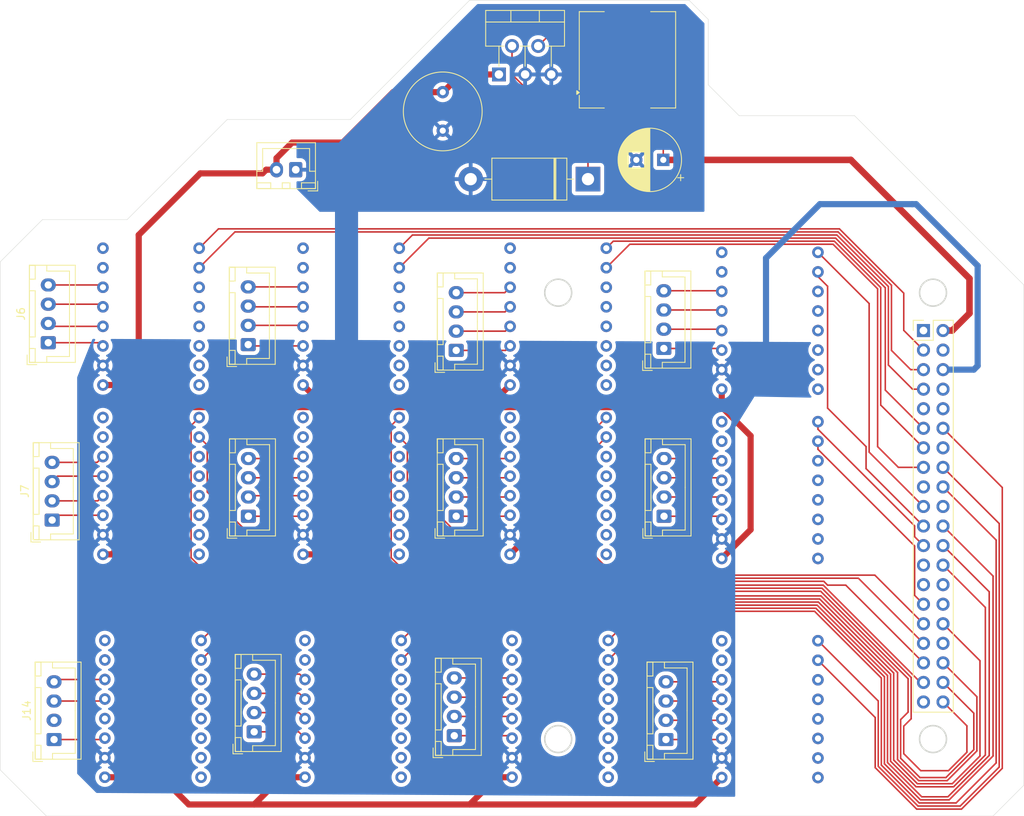
<source format=kicad_pcb>
(kicad_pcb (version 20240108) (generator "pcbnew") (generator_version "8.0")
  (layers (0 "F.Cu" signal) (31 "B.Cu" signal) (34 "B.Paste" user) (35 "F.Paste" user) (36 "B.SilkS" user "B.Silkscreen") (37 "F.SilkS" user "F.Silkscreen") (38 "B.Mask" user) (39 "F.Mask" user) (44 "Edge.Cuts" user))
  (net 0 "")
  (net 1 "GND")
  (net 2 "Net-(D1-K)")
  (net 64 "Net-(U1-FB)")
  (net 65 "Net-(J3-Pin_2)")
  (net 66 "Net-(J3-Pin_3)")
  (net 67 "Net-(J3-Pin_1)")
  (net 68 "Net-(J3-Pin_4)")
  (net 69 "Net-(J4-Pin_3)")
  (net 70 "Net-(J4-Pin_1)")
  (net 71 "Net-(J4-Pin_2)")
  (net 72 "Net-(J4-Pin_4)")
  (net 73 "Net-(J5-Pin_2)")
  (net 74 "Net-(J5-Pin_3)")
  (net 75 "Net-(J5-Pin_1)")
  (net 76 "Net-(J5-Pin_4)")
  (net 77 "Net-(J6-Pin_2)")
  (net 78 "Net-(J6-Pin_1)")
  (net 79 "Net-(J6-Pin_3)")
  (net 80 "Net-(J6-Pin_4)")
  (net 81 "Net-(J7-Pin_1)")
  (net 82 "Net-(J7-Pin_3)")
  (net 83 "Net-(J7-Pin_4)")
  (net 84 "Net-(J7-Pin_2)")
  (net 85 "Net-(J8-Pin_2)")
  (net 86 "Net-(J8-Pin_1)")
  (net 87 "Net-(J8-Pin_3)")
  (net 88 "Net-(J8-Pin_4)")
  (net 89 "Net-(J9-Pin_1)")
  (net 90 "Net-(J9-Pin_3)")
  (net 91 "Net-(J9-Pin_4)")
  (net 92 "Net-(J9-Pin_2)")
  (net 93 "Net-(J10-Pin_1)")
  (net 94 "Net-(J10-Pin_4)")
  (net 95 "Net-(J10-Pin_2)")
  (net 96 "Net-(J10-Pin_3)")
  (net 97 "Net-(J11-Pin_2)")
  (net 98 "Net-(J11-Pin_3)")
  (net 99 "Net-(J11-Pin_4)")
  (net 100 "Net-(J11-Pin_1)")
  (net 101 "Net-(J12-Pin_2)")
  (net 102 "Net-(J12-Pin_1)")
  (net 103 "Net-(J12-Pin_4)")
  (net 104 "Net-(J12-Pin_3)")
  (net 105 "Net-(J13-Pin_1)")
  (net 106 "Net-(J13-Pin_2)")
  (net 107 "Net-(J13-Pin_4)")
  (net 108 "Net-(J13-Pin_3)")
  (net 109 "Net-(J14-Pin_4)")
  (net 110 "Net-(J14-Pin_3)")
  (net 111 "Net-(J14-Pin_2)")
  (net 112 "Net-(J14-Pin_1)")
  (net 113 "Net-(J2-GPIO18)")
  (net 114 "Net-(J2-GPIO23)")
  (net 115 "Net-(J2-GPIO25)")
  (net 116 "Net-(J2-GPIO24)")
  (net 117 "Net-(J2-GPIO7)")
  (net 118 "Net-(J2-GPIO8)")
  (net 119 "Net-(J2-GPIO16)")
  (net 120 "Net-(J2-GPIO12)")
  (net 121 "Net-(J2-GPIO21)")
  (net 122 "Net-(J2-GPIO20)")
  (net 123 "Net-(J2-GPIO4)")
  (net 124 "Net-(J2-GPIO17)")
  (net 125 "Net-(J2-GPIO2)")
  (net 126 "Net-(J2-GPIO3)")
  (net 128 "Net-(J2-GPIO9)")
  (net 134 "Net-(J2-GPIO10)")
  (net 139 "Net-(J2-GPIO27)")
  (net 140 "Net-(J2-GPIO22)")
  (net 147 "Net-(J2-GPIO13)")
  (net 148 "Net-(J2-GPIO6)")
  (net 156 "Net-(J2-GPIO11)")
  (net 158 "Net-(J2-GPIO5)")
  (net 183 "Net-(J2-GPIO26)")
  (net 184 "Net-(J2-GPIO19)")
  (net 186 "+24V")
  (footprint "Connector_JST:JST_XH_B4B-XH-A_1x04_P2.50mm_Vertical" (layer "F.Cu") (at 104 136.06 90)
    (property "Reference" "J13" (hide yes))
    (property "Value" "Conn_01x04" (hide yes))
  )
  (footprint "customFootprints:mp6500" (layer "F.Cu") (at 171 82.54 180)
    (property "Reference" "mp6500stepper_driver1" (hide yes))
    (property "Value" "~" (hide yes))
  )
  (footprint "Capacitor_THT:C_Radial_D10.0mm_H20.0mm_P5.00mm" (layer "F.Cu") (at 128.5 52.95 -90)
    (property "Reference" "C1" (hide yes))
    (property "Value" "inp_cap" (hide yes))
  )
  (footprint "Connector_JST:JST_XH_B4B-XH-A_1x04_P2.50mm_Vertical" (layer "F.Cu") (at 103.225 85.75 90)
    (property "Reference" "J5" (hide yes))
    (property "Value" "Conn_01x04" (hide yes))
  )
  (footprint "Connector_JST:JST_XH_B4B-XH-A_1x04_P2.50mm_Vertical" (layer "F.Cu") (at 157.25 108.05 90)
    (property "Reference" "J10" (hide yes))
    (property "Value" "Conn_01x04" (hide yes))
  )
  (footprint "Connector_JST:JST_XH_B2B-XH-A_1x02_P2.50mm_Vertical" (layer "F.Cu") (at 109.4 63.025 180)
    (property "Reference" "J1" (hide yes))
    (property "Value" "24v in" (hide yes))
  )
  (footprint "Connector_JST:JST_XH_B4B-XH-A_1x04_P2.50mm_Vertical" (layer "F.Cu") (at 157.5 137.06 90)
    (property "Reference" "J11" (hide yes))
    (property "Value" "Conn_01x04" (hide yes))
  )
  (footprint "customFootprints:mp6500" (layer "F.Cu") (at 90.6 104 180)
    (property "Reference" "mp6500stepper_driver8" (hide yes))
    (property "Value" "~" (hide yes))
  )
  (footprint "Connector_JST:JST_XH_B4B-XH-A_1x04_P2.50mm_Vertical" (layer "F.Cu") (at 103.25 108.05 90)
    (property "Reference" "J8" (hide yes))
    (property "Value" "Conn_01x04" (hide yes))
  )
  (footprint "customFootprints:mp6500" (layer "F.Cu") (at 171 104.54 180)
    (property "Reference" "mp6500stepper_driver5" (hide yes))
    (property "Value" "~" (hide yes))
  )
  (footprint "Connector_JST:JST_XH_B4B-XH-A_1x04_P2.50mm_Vertical" (layer "F.Cu") (at 77.75 108.55 90)
    (property "Reference" "J7")
    (property "Value" "Conn_01x04" (hide yes))
  )
  (footprint "customFootprints:mp6500" (layer "F.Cu") (at 90.85 132.96 180)
    (property "Reference" "mp6500stepper_driver12" (hide yes))
    (property "Value" "~" (hide yes))
  )
  (footprint "customFootprints:mp6500" (layer "F.Cu") (at 143.5 82 180)
    (property "Reference" "mp6500stepper_driver2" (hide yes))
    (property "Value" "~" (hide yes))
  )
  (footprint "customFootprints:mp6500" (layer "F.Cu") (at 116.6 82 180)
    (property "Reference" "mp6500stepper_driver3" (hide yes))
    (property "Value" "~" (hide yes))
  )
  (footprint "Connector_JST:JST_XH_B4B-XH-A_1x04_P2.50mm_Vertical" (layer "F.Cu") (at 130 136.56 90)
    (property "Reference" "J12" (hide yes))
    (property "Value" "Conn_01x04" (hide yes))
  )
  (footprint "Package_TO_SOT_THT:TO-220-5_P3.4x3.7mm_StaggerOdd_Lead3.8mm_Vertical" (layer "F.Cu") (at 135.8 50.65)
    (property "Reference" "U1" (hide yes))
    (property "Value" "LM2596T-5" (hide yes))
  )
  (footprint "Diode_THT:D_DO-201AD_P15.24mm_Horizontal" (layer "F.Cu") (at 147.37 64.25 180)
    (property "Reference" "D1" (hide yes))
    (property "Value" "D_Schottky" (hide yes))
  )
  (footprint "Inductor_SMD:L_Coilcraft_MSS1278-XXX" (layer "F.Cu") (at 152.5 48.75 90)
    (property "Reference" "L1" (hide yes))
    (property "Value" "L_Ferrite" (hide yes))
  )
  (footprint "Connector_JST:JST_XH_B4B-XH-A_1x04_P2.50mm_Vertical" (layer "F.Cu") (at 130.25 108.05 90)
    (property "Reference" "J9" (hide yes))
    (property "Value" "Conn_01x04" (hide yes))
  )
  (footprint "Connector_JST:JST_XH_B4B-XH-A_1x04_P2.50mm_Vertical" (layer "F.Cu") (at 78 137.06 90)
    (property "Reference" "J14")
    (property "Value" "Conn_01x04" (hide yes))
  )
  (footprint "customFootprints:mp6500" (layer "F.Cu") (at 116.85 132.96 180)
    (property "Reference" "mp6500stepper_driver11" (hide yes))
    (property "Value" "~" (hide yes))
  )
  (footprint "customFootprints:mp6500" (layer "F.Cu") (at 143.75 132.96 180)
    (property "Reference" "mp6500stepper_driver10" (hide yes))
    (property "Value" "~" (hide yes))
  )
  (footprint "Capacitor_THT:CP_Radial_D8.0mm_P3.50mm" (layer "F.Cu") (at 157.152651 61.75 180)
    (property "Reference" "C2" (hide yes))
    (property "Value" "outCap" (hide yes))
  )
  (footprint "customFootprints:mp6500" (layer "F.Cu") (at 171 133 180)
    (property "Reference" "mp6500stepper_driver9" (hide yes))
    (property "Value" "~" (hide yes))
  )
  (footprint "Connector_JST:JST_XH_B4B-XH-A_1x04_P2.50mm_Vertical" (layer "F.Cu") (at 157.225 86.25 90)
    (property "Reference" "J3" (hide yes))
    (property "Value" "Conn_01x04" (hide yes))
  )
  (footprint "customFootprints:mp6500" (layer "F.Cu") (at 143.5 104 180)
    (property "Reference" "mp6500stepper_driver6" (hide yes))
    (property "Value" "~" (hide yes))
  )
  (footprint "Connector_JST:JST_XH_B4B-XH-A_1x04_P2.50mm_Vertical" (layer "F.Cu") (at 77.25 85.5 90)
    (property "Reference" "J6")
    (property "Value" "Conn_01x04" (hide yes))
  )
  (footprint "customFootprints:mp6500" (layer "F.Cu") (at 90.6 82 180)
    (property "Reference" "mp6500stepper_driver4" (hide yes))
    (property "Value" "~" (hide yes))
  )
  (footprint "customFootprints:mp6500" (layer "F.Cu") (at 116.6 104 180)
    (property "Reference" "mp6500stepper_driver7" (hide yes))
    (property "Value" "~" (hide yes))
  )
  (footprint "Connector_PinHeader_2.54mm:PinHeader_2x20_P2.54mm_Vertical" (layer "F.Cu") (at 190.96 83.92)
    (property "Reference" "J2" (hide yes))
    (property "Value" "piHat" (hide yes))
  )
  (footprint "Connector_JST:JST_XH_B4B-XH-A_1x04_P2.50mm_Vertical" (layer "F.Cu") (at 130.25 86.5 90)
    (property "Reference" "J4" (hide yes))
    (property "Value" "Conn_01x04" (hide yes))
  )
  (gr_line (start 77 147) (end 200 147) (stroke (width 0.05)) (layer "Edge.Cuts"))
  (gr_circle (center 192.2 137) (end 193.95 137) (stroke (width 0.2)) (fill none) (layer "Edge.Cuts"))
  (gr_line (start 116.5 56.5) (end 100.5 56.5) (stroke (width 0.05)) (layer "Edge.Cuts"))
  (gr_line (start 167 56) (end 163 52) (stroke (width 0.05)) (layer "Edge.Cuts"))
  (gr_line (start 100.5 56.5) (end 87.5 69.5) (stroke (width 0.05)) (layer "Edge.Cuts"))
  (gr_circle (center 143.5 137) (end 145.25 137) (stroke (width 0.2)) (fill none) (layer "Edge.Cuts"))
  (gr_line (start 71 75) (end 71 135) (stroke (width 0.05)) (layer "Edge.Cuts"))
  (gr_line (start 71 135) (end 71 141) (stroke (width 0.05)) (layer "Edge.Cuts"))
  (gr_line (start 160.5 41) (end 132 41) (stroke (width 0.05)) (layer "Edge.Cuts"))
  (gr_line (start 76.5 69.5) (end 71 75) (stroke (width 0.05)) (layer "Edge.Cuts"))
  (gr_line (start 182 56) (end 167 56) (stroke (width 0.05)) (layer "Edge.Cuts"))
  (gr_line (start 204 78) (end 182 56) (stroke (width 0.05)) (layer "Edge.Cuts"))
  (gr_line (start 204 143) (end 204 78) (stroke (width 0.05)) (layer "Edge.Cuts"))
  (gr_line (start 200 147) (end 204 143) (stroke (width 0.05)) (layer "Edge.Cuts"))
  (gr_line (start 87.5 69.5) (end 76.5 69.5) (stroke (width 0.05)) (layer "Edge.Cuts"))
  (gr_line (start 163 52) (end 163 43.5) (stroke (width 0.05)) (layer "Edge.Cuts"))
  (gr_line (start 71 141) (end 77 147) (stroke (width 0.05)) (layer "Edge.Cuts"))
  (gr_line (start 163 43.5) (end 160.5 41) (stroke (width 0.05)) (layer "Edge.Cuts"))
  (gr_line (start 132 41) (end 116.5 56.5) (stroke (width 0.05)) (layer "Edge.Cuts"))
  (gr_circle (center 143.5 79) (end 145.25 79) (stroke (width 0.2)) (fill none) (layer "Edge.Cuts"))
  (gr_circle (center 192.2 79) (end 193.95 79) (stroke (width 0.2)) (fill none) (layer "Edge.Cuts"))
  (segment (start 196 73.5) (end 190 67.5) (width 0.8) (layer "B.Cu") (net 1))
  (segment (start 189.5 67.5) (end 177.5 67.5) (width 0.8) (layer "B.Cu") (net 1))
  (segment (start 190 67.5) (end 189.5 67.5) (width 0.8) (layer "B.Cu") (net 1))
  (segment (start 197.5 89) (end 198 88.5) (width 0.8) (layer "B.Cu") (net 1))
  (segment (start 177.5 67.5) (end 170.5 74.5) (width 0.8) (layer "B.Cu") (net 1))
  (segment (start 193.5 89) (end 197.5 89) (width 0.8) (layer "B.Cu") (net 1))
  (segment (start 170.5 74.5) (end 170.5 86) (width 0.8) (layer "B.Cu") (net 1))
  (segment (start 116 66.5) (end 116 87.5) (width 3) (layer "B.Cu") (net 1))
  (segment (start 198 88.5) (end 198 75.5) (width 0.8) (layer "B.Cu") (net 1))
  (segment (start 198 75.5) (end 196 73.5) (width 0.8) (layer "B.Cu") (net 1))
  (segment (start 137.5 46.95) (end 137.5 50.647057) (width 0.2) (layer "F.Cu") (net 2))
  (segment (start 147.37 58.13) (end 152.5 53) (width 0.2) (layer "F.Cu") (net 2))
  (segment (start 139.852943 53) (end 152.5 53) (width 0.2) (layer "F.Cu") (net 2))
  (segment (start 147.37 64.25) (end 147.37 58.13) (width 0.2) (layer "F.Cu") (net 2))
  (segment (start 137.5 50.647057) (end 139.852943 53) (width 0.2) (layer "F.Cu") (net 2))
  (segment (start 194.702081 83.92) (end 193.5 83.92) (width 0.85) (layer "F.Cu") (net 64))
  (segment (start 157.152651 49.152651) (end 152.5 44.5) (width 0.2) (layer "F.Cu") (net 64))
  (segment (start 196.935042 77.165252) (end 196.935042 81.687039) (width 0.85) (layer "F.Cu") (net 64))
  (segment (start 181.51979 61.75) (end 196.935042 77.165252) (width 0.85) (layer "F.Cu") (net 64))
  (segment (start 143.35 44.5) (end 140.9 46.95) (width 0.2) (layer "F.Cu") (net 64))
  (segment (start 157.152651 61.75) (end 181.51979 61.75) (width 0.85) (layer "F.Cu") (net 64))
  (segment (start 152.5 44.5) (end 143.35 44.5) (width 0.2) (layer "F.Cu") (net 64))
  (segment (start 157.152651 61.75) (end 157.152651 49.152651) (width 0.2) (layer "F.Cu") (net 64))
  (segment (start 196.935042 81.687039) (end 194.702081 83.92) (width 0.85) (layer "F.Cu") (net 64))
  (segment (start 157.225 83.75) (end 164.58 83.75) (width 0.2) (layer "F.Cu") (net 65))
  (segment (start 164.58 83.75) (end 164.75 83.92) (width 0.2) (layer "F.Cu") (net 65))
  (segment (start 164.62 81.25) (end 164.75 81.38) (width 0.2) (layer "F.Cu") (net 66))
  (segment (start 157.225 81.25) (end 164.62 81.25) (width 0.2) (layer "F.Cu") (net 66))
  (segment (start 164.54 86.25) (end 164.75 86.46) (width 0.2) (layer "F.Cu") (net 67))
  (segment (start 157.225 86.25) (end 164.54 86.25) (width 0.2) (layer "F.Cu") (net 67))
  (segment (start 157.225 78.75) (end 164.66 78.75) (width 0.2) (layer "F.Cu") (net 68))
  (segment (start 164.66 78.75) (end 164.75 78.84) (width 0.2) (layer "F.Cu") (net 68))
  (segment (start 136.59 81.5) (end 137.25 80.84) (width 0.2) (layer "F.Cu") (net 69))
  (segment (start 130.25 81.5) (end 136.59 81.5) (width 0.2) (layer "F.Cu") (net 69))
  (segment (start 130.25 86.5) (end 136.67 86.5) (width 0.2) (layer "F.Cu") (net 70))
  (segment (start 136.67 86.5) (end 137.25 85.92) (width 0.2) (layer "F.Cu") (net 70))
  (segment (start 130.25 84) (end 136.63 84) (width 0.2) (layer "F.Cu") (net 71))
  (segment (start 136.63 84) (end 137.25 83.38) (width 0.2) (layer "F.Cu") (net 71))
  (segment (start 136.55 79) (end 137.25 78.3) (width 0.2) (layer "F.Cu") (net 72))
  (segment (start 130.25 79) (end 136.55 79) (width 0.2) (layer "F.Cu") (net 72))
  (segment (start 103.225 83.25) (end 110.22 83.25) (width 0.2) (layer "F.Cu") (net 73))
  (segment (start 110.22 83.25) (end 110.35 83.38) (width 0.2) (layer "F.Cu") (net 73))
  (segment (start 110.35 80.84) (end 103.315 80.84) (width 0.2) (layer "F.Cu") (net 74))
  (segment (start 103.315 80.84) (end 103.225 80.75) (width 0.2) (layer "F.Cu") (net 74))
  (segment (start 103.395 85.92) (end 103.225 85.75) (width 0.2) (layer "F.Cu") (net 75))
  (segment (start 110.35 85.92) (end 103.395 85.92) (width 0.2) (layer "F.Cu") (net 75))
  (segment (start 110.3 78.25) (end 110.35 78.3) (width 0.2) (layer "F.Cu") (net 76))
  (segment (start 103.225 78.25) (end 110.3 78.25) (width 0.2) (layer "F.Cu") (net 76))
  (segment (start 84.35 83.38) (end 77.63 83.38) (width 0.2) (layer "F.Cu") (net 77))
  (segment (start 77.63 83.38) (end 77.25 83) (width 0.2) (layer "F.Cu") (net 77))
  (segment (start 77.25 85.5) (end 83.93 85.5) (width 0.2) (layer "F.Cu") (net 78))
  (segment (start 83.93 85.5) (end 84.35 85.92) (width 0.2) (layer "F.Cu") (net 78))
  (segment (start 77.25 80.5) (end 84.01 80.5) (width 0.2) (layer "F.Cu") (net 79))
  (segment (start 84.01 80.5) (end 84.35 80.84) (width 0.2) (layer "F.Cu") (net 79))
  (segment (start 77.25 78) (end 84.05 78) (width 0.2) (layer "F.Cu") (net 80))
  (segment (start 84.05 78) (end 84.35 78.3) (width 0.2) (layer "F.Cu") (net 80))
  (segment (start 84.35 107.92) (end 78.38 107.92) (width 0.2) (layer "F.Cu") (net 81))
  (segment (start 78.38 107.92) (end 77.75 108.55) (width 0.2) (layer "F.Cu") (net 81))
  (segment (start 78.46 102.84) (end 77.75 103.55) (width 0.2) (layer "F.Cu") (net 82))
  (segment (start 84.35 102.84) (end 78.46 102.84) (width 0.2) (layer "F.Cu") (net 82))
  (segment (start 77.75 101.05) (end 83.6 101.05) (width 0.2) (layer "F.Cu") (net 83))
  (segment (start 83.6 101.05) (end 84.35 100.3) (width 0.2) (layer "F.Cu") (net 83))
  (segment (start 83.68 106.05) (end 84.35 105.38) (width 0.2) (layer "F.Cu") (net 84))
  (segment (start 77.75 106.05) (end 83.68 106.05) (width 0.2) (layer "F.Cu") (net 84))
  (segment (start 110.35 105.38) (end 103.42 105.38) (width 0.2) (layer "F.Cu") (net 85))
  (segment (start 103.42 105.38) (end 103.25 105.55) (width 0.2) (layer "F.Cu") (net 85))
  (segment (start 103.25 108.05) (end 110.22 108.05) (width 0.2) (layer "F.Cu") (net 86))
  (segment (start 110.22 108.05) (end 110.35 107.92) (width 0.2) (layer "F.Cu") (net 86))
  (segment (start 103.25 103.05) (end 110.14 103.05) (width 0.2) (layer "F.Cu") (net 87))
  (segment (start 110.14 103.05) (end 110.35 102.84) (width 0.2) (layer "F.Cu") (net 87))
  (segment (start 103.25 100.55) (end 110.1 100.55) (width 0.2) (layer "F.Cu") (net 88))
  (segment (start 110.1 100.55) (end 110.35 100.3) (width 0.2) (layer "F.Cu") (net 88))
  (segment (start 137.12 108.05) (end 137.25 107.92) (width 0.2) (layer "F.Cu") (net 89))
  (segment (start 130.25 108.05) (end 137.12 108.05) (width 0.2) (layer "F.Cu") (net 89))
  (segment (start 130.25 103.05) (end 137.04 103.05) (width 0.2) (layer "F.Cu") (net 90))
  (segment (start 137.04 103.05) (end 137.25 102.84) (width 0.2) (layer "F.Cu") (net 90))
  (segment (start 130.25 100.55) (end 137 100.55) (width 0.2) (layer "F.Cu") (net 91))
  (segment (start 137 100.55) (end 137.25 100.3) (width 0.2) (layer "F.Cu") (net 91))
  (segment (start 137.08 105.55) (end 137.25 105.38) (width 0.2) (layer "F.Cu") (net 92))
  (segment (start 130.25 105.55) (end 137.08 105.55) (width 0.2) (layer "F.Cu") (net 92))
  (segment (start 157.25 108.05) (end 164.34 108.05) (width 0.2) (layer "F.Cu") (net 93))
  (segment (start 164.34 108.05) (end 164.75 108.46) (width 0.2) (layer "F.Cu") (net 93))
  (segment (start 164.46 100.55) (end 164.75 100.84) (width 0.2) (layer "F.Cu") (net 94))
  (segment (start 157.25 100.55) (end 164.46 100.55) (width 0.2) (layer "F.Cu") (net 94))
  (segment (start 157.25 105.55) (end 164.38 105.55) (width 0.2) (layer "F.Cu") (net 95))
  (segment (start 164.38 105.55) (end 164.75 105.92) (width 0.2) (layer "F.Cu") (net 95))
  (segment (start 157.25 103.05) (end 164.42 103.05) (width 0.2) (layer "F.Cu") (net 96))
  (segment (start 164.42 103.05) (end 164.75 103.38) (width 0.2) (layer "F.Cu") (net 96))
  (segment (start 164.57 134.56) (end 164.75 134.38) (width 0.2) (layer "F.Cu") (net 97))
  (segment (start 157.5 134.56) (end 164.57 134.56) (width 0.2) (layer "F.Cu") (net 97))
  (segment (start 157.5 132.06) (end 164.53 132.06) (width 0.2) (layer "F.Cu") (net 98))
  (segment (start 164.53 132.06) (end 164.75 131.84) (width 0.2) (layer "F.Cu") (net 98))
  (segment (start 157.5 129.56) (end 164.49 129.56) (width 0.2) (layer "F.Cu") (net 99))
  (segment (start 164.49 129.56) (end 164.75 129.3) (width 0.2) (layer "F.Cu") (net 99))
  (segment (start 157.5 137.06) (end 164.61 137.06) (width 0.2) (layer "F.Cu") (net 100))
  (segment (start 164.61 137.06) (end 164.75 136.92) (width 0.2) (layer "F.Cu") (net 100))
  (segment (start 137.22 134.06) (end 137.5 134.34) (width 0.2) (layer "F.Cu") (net 101))
  (segment (start 130 134.06) (end 137.22 134.06) (width 0.2) (layer "F.Cu") (net 101))
  (segment (start 130 136.56) (end 137.18 136.56) (width 0.2) (layer "F.Cu") (net 102))
  (segment (start 137.18 136.56) (end 137.5 136.88) (width 0.2) (layer "F.Cu") (net 102))
  (segment (start 137.3 129.06) (end 137.5 129.26) (width 0.2) (layer "F.Cu") (net 103))
  (segment (start 130 129.06) (end 137.3 129.06) (width 0.2) (layer "F.Cu") (net 103))
  (segment (start 130 131.56) (end 137.26 131.56) (width 0.2) (layer "F.Cu") (net 104))
  (segment (start 137.26 131.56) (end 137.5 131.8) (width 0.2) (layer "F.Cu") (net 104))
  (segment (start 109.78 136.06) (end 110.6 136.88) (width 0.2) (layer "F.Cu") (net 105))
  (segment (start 104 136.06) (end 109.78 136.06) (width 0.2) (layer "F.Cu") (net 105))
  (segment (start 109.82 133.56) (end 110.6 134.34) (width 0.2) (layer "F.Cu") (net 106))
  (segment (start 104 133.56) (end 109.82 133.56) (width 0.2) (layer "F.Cu") (net 106))
  (segment (start 109.9 128.56) (end 110.6 129.26) (width 0.2) (layer "F.Cu") (net 107))
  (segment (start 104 128.56) (end 109.9 128.56) (width 0.2) (layer "F.Cu") (net 107))
  (segment (start 109.86 131.06) (end 110.6 131.8) (width 0.2) (layer "F.Cu") (net 108))
  (segment (start 104 131.06) (end 109.86 131.06) (width 0.2) (layer "F.Cu") (net 108))
  (segment (start 84.6 129.26) (end 78.3 129.26) (width 0.2) (layer "F.Cu") (net 109))
  (segment (start 78.3 129.26) (end 78 129.56) (width 0.2) (layer "F.Cu") (net 109))
  (segment (start 78 132.06) (end 84.34 132.06) (width 0.2) (layer "F.Cu") (net 110))
  (segment (start 84.34 132.06) (end 84.6 131.8) (width 0.2) (layer "F.Cu") (net 110))
  (segment (start 84.42 137.06) (end 84.6 136.88) (width 0.2) (layer "F.Cu") (net 112))
  (segment (start 78 137.06) (end 84.42 137.06) (width 0.2) (layer "F.Cu") (net 112))
  (segment (start 201.2 104.32) (end 193.5 96.62) (width 0.2) (layer "F.Cu") (net 113))
  (segment (start 201.2 140.8) (end 201.2 104.32) (width 0.2) (layer "F.Cu") (net 113))
  (segment (start 184.685785 140.711273) (end 190.074512 146.1) (width 0.2) (layer "F.Cu") (net 113))
  (segment (start 195.9 146.1) (end 201.2 140.8) (width 0.2) (layer "F.Cu") (net 113))
  (segment (start 184.685785 134.195785) (end 184.685785 140.711273) (width 0.2) (layer "F.Cu") (net 113))
  (segment (start 177.25 126.76) (end 184.685785 134.195785) (width 0.2) (layer "F.Cu") (net 113))
  (segment (start 190.074512 146.1) (end 195.9 146.1) (width 0.2) (layer "F.Cu") (net 113))
  (segment (start 193.5 101.7) (end 200.8 109) (width 0.2) (layer "F.Cu") (net 114))
  (segment (start 195.734314 145.7) (end 190.240198 145.7) (width 0.2) (layer "F.Cu") (net 114))
  (segment (start 185.085785 132.055785) (end 177.25 124.22) (width 0.2) (layer "F.Cu") (net 114))
  (segment (start 190.240198 145.7) (end 185.085785 140.545587) (width 0.2) (layer "F.Cu") (net 114))
  (segment (start 200.8 109) (end 200.8 140.634314) (width 0.2) (layer "F.Cu") (net 114))
  (segment (start 200.8 140.634314) (end 195.734314 145.7) (width 0.2) (layer "F.Cu") (net 114))
  (segment (start 185.085785 140.545587) (end 185.085785 132.055785) (width 0.2) (layer "F.Cu") (net 114))
  (segment (start 176.974512 120) (end 185.885785 128.911273) (width 0.2) (layer "F.Cu") (net 115))
  (segment (start 200 139.197057) (end 200 115.82) (width 0.2) (layer "F.Cu") (net 115))
  (segment (start 194.297057 144.9) (end 200 139.197057) (width 0.2) (layer "F.Cu") (net 115))
  (segment (start 185.885785 128.911273) (end 185.885785 140.214215) (width 0.2) (layer "F.Cu") (net 115))
  (segment (start 190.57157 144.9) (end 194.297057 144.9) (width 0.2) (layer "F.Cu") (net 115))
  (segment (start 154.18 120) (end 176.974512 120) (width 0.2) (layer "F.Cu") (net 115))
  (segment (start 150 124.18) (end 154.18 120) (width 0.2) (layer "F.Cu") (net 115))
  (segment (start 200 115.82) (end 193.5 109.32) (width 0.2) (layer "F.Cu") (net 115))
  (segment (start 185.885785 140.214215) (end 190.57157 144.9) (width 0.2) (layer "F.Cu") (net 115))
  (segment (start 185.485785 140.379901) (end 190.405884 145.3) (width 0.2) (layer "F.Cu") (net 116))
  (segment (start 185.485785 129.076959) (end 185.485785 140.379901) (width 0.2) (layer "F.Cu") (net 116))
  (segment (start 190.405884 145.3) (end 195.2 145.3) (width 0.2) (layer "F.Cu") (net 116))
  (segment (start 176.808826 120.4) (end 185.485785 129.076959) (width 0.2) (layer "F.Cu") (net 116))
  (segment (start 195.2 145.3) (end 200.4 140.1) (width 0.2) (layer "F.Cu") (net 116))
  (segment (start 200.4 140.1) (end 200.4 111.14) (width 0.2) (layer "F.Cu") (net 116))
  (segment (start 200.4 111.14) (end 193.5 104.24) (width 0.2) (layer "F.Cu") (net 116))
  (segment (start 150 126.72) (end 156.32 120.4) (width 0.2) (layer "F.Cu") (net 116))
  (segment (start 156.32 120.4) (end 176.808826 120.4) (width 0.2) (layer "F.Cu") (net 116))
  (segment (start 186.685785 128.579901) (end 186.685785 139.882843) (width 0.2) (layer "F.Cu") (net 117))
  (segment (start 199 139.065686) (end 199 119.9) (width 0.2) (layer "F.Cu") (net 117))
  (segment (start 123.1 124.18) (end 128.08 119.2) (width 0.2) (layer "F.Cu") (net 117))
  (segment (start 177.305884 119.2) (end 186.685785 128.579901) (width 0.2) (layer "F.Cu") (net 117))
  (segment (start 128.08 119.2) (end 177.305884 119.2) (width 0.2) (layer "F.Cu") (net 117))
  (segment (start 186.685785 139.882843) (end 190.002942 143.2) (width 0.2) (layer "F.Cu") (net 117))
  (segment (start 199 119.9) (end 193.5 114.4) (width 0.2) (layer "F.Cu") (net 117))
  (segment (start 194.865686 143.2) (end 199 139.065686) (width 0.2) (layer "F.Cu") (net 117))
  (segment (start 190.002942 143.2) (end 194.865686 143.2) (width 0.2) (layer "F.Cu") (net 117))
  (segment (start 130.22 119.6) (end 177.140198 119.6) (width 0.2) (layer "F.Cu") (net 118))
  (segment (start 186.285785 140.048529) (end 190.737256 144.5) (width 0.2) (layer "F.Cu") (net 118))
  (segment (start 199.5 117.86) (end 193.5 111.86) (width 0.2) (layer "F.Cu") (net 118))
  (segment (start 190.737256 144.5) (end 194.131371 144.5) (width 0.2) (layer "F.Cu") (net 118))
  (segment (start 186.285785 128.745587) (end 186.285785 140.048529) (width 0.2) (layer "F.Cu") (net 118))
  (segment (start 194.131371 144.5) (end 199.5 139.131371) (width 0.2) (layer "F.Cu") (net 118))
  (segment (start 123.1 126.72) (end 130.22 119.6) (width 0.2) (layer "F.Cu") (net 118))
  (segment (start 177.140198 119.6) (end 186.285785 128.745587) (width 0.2) (layer "F.Cu") (net 118))
  (segment (start 199.5 139.131371) (end 199.5 117.86) (width 0.2) (layer "F.Cu") (net 118))
  (segment (start 97.1 124.18) (end 102.88 118.4) (width 0.2) (layer "F.Cu") (net 119))
  (segment (start 197.9 131.5) (end 193.5 127.1) (width 0.2) (layer "F.Cu") (net 119))
  (segment (start 187.591657 128.354401) (end 187.591657 139.657343) (width 0.2) (layer "F.Cu") (net 119))
  (segment (start 187.591657 139.657343) (end 190.334314 142.4) (width 0.2) (layer "F.Cu") (net 119))
  (segment (start 102.88 118.4) (end 177.637256 118.4) (width 0.2) (layer "F.Cu") (net 119))
  (segment (start 194.040931 142.4) (end 197.9 138.540931) (width 0.2) (layer "F.Cu") (net 119))
  (segment (start 177.637256 118.4) (end 187.591657 128.354401) (width 0.2) (layer "F.Cu") (net 119))
  (segment (start 190.334314 142.4) (end 194.040931 142.4) (width 0.2) (layer "F.Cu") (net 119))
  (segment (start 197.9 138.540931) (end 197.9 131.5) (width 0.2) (layer "F.Cu") (net 119))
  (segment (start 194.7 142.8) (end 198.3 139.2) (width 0.2) (layer "F.Cu") (net 120))
  (segment (start 97.1 126.72) (end 99.172843 124.647157) (width 0.2) (layer "F.Cu") (net 120))
  (segment (start 187.085785 128.414215) (end 187.085785 139.717157) (width 0.2) (layer "F.Cu") (net 120))
  (segment (start 103.045686 118.8) (end 177.47157 118.8) (width 0.2) (layer "F.Cu") (net 120))
  (segment (start 190.168628 142.8) (end 194.7 142.8) (width 0.2) (layer "F.Cu") (net 120))
  (segment (start 99.172843 124.647157) (end 99.172843 122.672843) (width 0.2) (layer "F.Cu") (net 120))
  (segment (start 198.3 126.82) (end 193.5 122.02) (width 0.2) (layer "F.Cu") (net 120))
  (segment (start 99.172843 122.672843) (end 103.045686 118.8) (width 0.2) (layer "F.Cu") (net 120))
  (segment (start 198.3 139.2) (end 198.3 126.82) (width 0.2) (layer "F.Cu") (net 120))
  (segment (start 187.085785 139.717157) (end 190.168628 142.8) (width 0.2) (layer "F.Cu") (net 120))
  (segment (start 177.47157 118.8) (end 187.085785 128.414215) (width 0.2) (layer "F.Cu") (net 120))
  (segment (start 96.85 97.76) (end 97.9 98.81) (width 0.2) (layer "F.Cu") (net 121))
  (segment (start 189.359804 128.991176) (end 189.359804 134.359804) (width 0.2) (layer "F.Cu") (net 121))
  (segment (start 188.391657 135.330379) (end 188.391657 138.891657) (width 0.2) (layer "F.Cu") (net 121))
  (segment (start 110.4 117.4) (end 177.768628 117.4) (width 0.2) (layer "F.Cu") (net 121))
  (segment (start 196.602091 135.282091) (end 193.5 132.18) (width 0.2) (layer "F.Cu") (net 121))
  (segment (start 189.34803 134.374006) (end 188.391657 135.330379) (width 0.2) (layer "F.Cu") (net 121))
  (segment (start 188.391657 138.891657) (end 190.606887 141.106887) (width 0.2) (layer "F.Cu") (net 121))
  (segment (start 190.606887 141.106887) (end 194.202672 141.106887) (width 0.2) (layer "F.Cu") (net 121))
  (segment (start 196.602091 138.707468) (end 196.602091 135.282091) (width 0.2) (layer "F.Cu") (net 121))
  (segment (start 177.768628 117.4) (end 189.359804 128.991176) (width 0.2) (layer "F.Cu") (net 121))
  (segment (start 97.9 104.9) (end 110.4 117.4) (width 0.2) (layer "F.Cu") (net 121))
  (segment (start 97.9 98.81) (end 97.9 104.9) (width 0.2) (layer "F.Cu") (net 121))
  (segment (start 189.359804 134.359804) (end 189.34803 134.374006) (width 0.2) (layer "F.Cu") (net 121))
  (segment (start 194.202672 141.106887) (end 196.602091 138.707468) (width 0.2) (layer "F.Cu") (net 121))
  (segment (start 197.5 133.64) (end 193.5 129.64) (width 0.2) (layer "F.Cu") (net 122))
  (segment (start 197.5 138.375245) (end 197.5 133.64) (width 0.2) (layer "F.Cu") (net 122))
  (segment (start 187.991657 134.468147) (end 187.991657 139.491657) (width 0.2) (layer "F.Cu") (net 122))
  (segment (start 188.959804 133.5) (end 187.991657 134.468147) (width 0.2) (layer "F.Cu") (net 122))
  (segment (start 177.602942 117.8) (end 188.959804 129.156862) (width 0.2) (layer "F.Cu") (net 122))
  (segment (start 95.8 113.434925) (end 100.365075 118) (width 0.2) (layer "F.Cu") (net 122))
  (segment (start 96.85 95.22) (end 95.8 96.27) (width 0.2) (layer "F.Cu") (net 122))
  (segment (start 188.959804 129.156862) (end 188.959804 133.5) (width 0.2) (layer "F.Cu") (net 122))
  (segment (start 190.5 142) (end 193.875245 142) (width 0.2) (layer "F.Cu") (net 122))
  (segment (start 95.8 96.27) (end 95.8 113.434925) (width 0.2) (layer "F.Cu") (net 122))
  (segment (start 193.875245 142) (end 197.5 138.375245) (width 0.2) (layer "F.Cu") (net 122))
  (segment (start 187.991657 139.491657) (end 190.5 142) (width 0.2) (layer "F.Cu") (net 122))
  (segment (start 100.365075 118) (end 111 118) (width 0.2) (layer "F.Cu") (net 122))
  (segment (start 111.2 117.8) (end 177.602942 117.8) (width 0.2) (layer "F.Cu") (net 122))
  (segment (start 111 118) (end 111.2 117.8) (width 0.2) (layer "F.Cu") (net 122))
  (segment (start 124.56 71.51) (end 179.707058 71.51) (width 0.2) (layer "F.Cu") (net 123))
  (segment (start 122.85 73.22) (end 124.56 71.51) (width 0.2) (layer "F.Cu") (net 123))
  (segment (start 186.4 88.4) (end 189.54 91.54) (width 0.2) (layer "F.Cu") (net 123))
  (segment (start 179.707058 71.51) (end 186.4 78.202942) (width 0.2) (layer "F.Cu") (net 123))
  (segment (start 189.54 91.54) (end 190.96 91.54) (width 0.2) (layer "F.Cu") (net 123))
  (segment (start 186.4 78.202942) (end 186.4 88.4) (width 0.2) (layer "F.Cu") (net 123))
  (segment (start 126.7 71.91) (end 179.541372 71.91) (width 0.2) (layer "F.Cu") (net 124))
  (segment (start 186 78.368628) (end 186 91.66) (width 0.2) (layer "F.Cu") (net 124))
  (segment (start 179.541372 71.91) (end 186 78.368628) (width 0.2) (layer "F.Cu") (net 124))
  (segment (start 186 91.66) (end 190.96 96.62) (width 0.2) (layer "F.Cu") (net 124))
  (segment (start 122.85 75.76) (end 126.7 71.91) (width 0.2) (layer "F.Cu") (net 124))
  (segment (start 96.85 73.22) (end 99.36 70.71) (width 0.2) (layer "F.Cu") (net 125))
  (segment (start 188.395217 83.895217) (end 190.96 86.46) (width 0.2) (layer "F.Cu") (net 125))
  (segment (start 99.36 70.71) (end 180.03843 70.71) (width 0.2) (layer "F.Cu") (net 125))
  (segment (start 180.03843 70.71) (end 188.395217 79.066787) (width 0.2) (layer "F.Cu") (net 125))
  (segment (start 188.395217 79.066787) (end 188.395217 83.895217) (width 0.2) (layer "F.Cu") (net 125))
  (segment (start 179.872744 71.11) (end 101.5 71.11) (width 0.2) (layer "F.Cu") (net 126))
  (segment (start 186.8 78.037256) (end 179.872744 71.11) (width 0.2) (layer "F.Cu") (net 126))
  (segment (start 189.3 89) (end 186.8 86.5) (width 0.2) (layer "F.Cu") (net 126))
  (segment (start 186.8 86.5) (end 186.8 78.037256) (width 0.2) (layer "F.Cu") (net 126))
  (segment (start 190.96 89) (end 189.3 89) (width 0.2) (layer "F.Cu") (net 126))
  (segment (start 101.5 71.11) (end 96.85 75.76) (width 0.2) (layer "F.Cu") (net 126))
  (segment (start 178.5 78.166346) (end 178.5 94) (width 0.2) (layer "F.Cu") (net 128))
  (segment (start 177.25 76.916346) (end 178.5 78.166346) (width 0.2) (layer "F.Cu") (net 128))
  (segment (start 183.5 99) (end 183.5 101.86) (width 0.2) (layer "F.Cu") (net 128))
  (segment (start 183.5 101.86) (end 190.96 109.32) (width 0.2) (layer "F.Cu") (net 128))
  (segment (start 178.5 94) (end 183.5 99) (width 0.2) (layer "F.Cu") (net 128))
  (segment (start 177.25 76.3) (end 177.25 76.916346) (width 0.2) (layer "F.Cu") (net 128))
  (segment (start 183.9 80.41) (end 183.9 99.72) (width 0.2) (layer "F.Cu") (net 134))
  (segment (start 177.25 73.76) (end 183.9 80.41) (width 0.2) (layer "F.Cu") (net 134))
  (segment (start 183.9 99.72) (end 190.96 106.78) (width 0.2) (layer "F.Cu") (net 134))
  (segment (start 185.4 93.6) (end 185.4 78.334314) (width 0.2) (layer "F.Cu") (net 139))
  (segment (start 179.375686 72.31) (end 150.66 72.31) (width 0.2) (layer "F.Cu") (net 139))
  (segment (start 150.66 72.31) (end 149.75 73.22) (width 0.2) (layer "F.Cu") (net 139))
  (segment (start 190.96 99.16) (end 185.4 93.6) (width 0.2) (layer "F.Cu") (net 139))
  (segment (start 185.4 78.334314) (end 179.375686 72.31) (width 0.2) (layer "F.Cu") (net 139))
  (segment (start 179.21 72.71) (end 185 78.5) (width 0.2) (layer "F.Cu") (net 140))
  (segment (start 152.8 72.71) (end 179.21 72.71) (width 0.2) (layer "F.Cu") (net 140))
  (segment (start 149.75 75.76) (end 152.8 72.71) (width 0.2) (layer "F.Cu") (net 140))
  (segment (start 185 99) (end 187.7 101.7) (width 0.2) (layer "F.Cu") (net 140))
  (segment (start 187.7 101.7) (end 190.96 101.7) (width 0.2) (layer "F.Cu") (net 140))
  (segment (start 185 78.5) (end 185 99) (width 0.2) (layer "F.Cu") (net 140))
  (segment (start 145.5 99.47) (end 145.5 111) (width 0.2) (layer "F.Cu") (net 147))
  (segment (start 182.5 116.1) (end 190.96 124.56) (width 0.2) (layer "F.Cu") (net 147))
  (segment (start 145.5 111) (end 150.6 116.1) (width 0.2) (layer "F.Cu") (net 147))
  (segment (start 149.75 95.22) (end 145.5 99.47) (width 0.2) (layer "F.Cu") (net 147))
  (segment (start 150.6 116.1) (end 182.5 116.1) (width 0.2) (layer "F.Cu") (net 147))
  (segment (start 150.565686 115.5) (end 147.5 112.434314) (width 0.2) (layer "F.Cu") (net 148))
  (segment (start 151 115.5) (end 150.565686 115.5) (width 0.2) (layer "F.Cu") (net 148))
  (segment (start 147.5 112.434314) (end 147.5 100.01) (width 0.2) (layer "F.Cu") (net 148))
  (segment (start 190.96 122.02) (end 184.64 115.7) (width 0.2) (layer "F.Cu") (net 148))
  (segment (start 184.64 115.7) (end 151.2 115.7) (width 0.2) (layer "F.Cu") (net 148))
  (segment (start 151.2 115.7) (end 151 115.5) (width 0.2) (layer "F.Cu") (net 148))
  (segment (start 147.5 100.01) (end 149.75 97.76) (width 0.2) (layer "F.Cu") (net 148))
  (segment (start 189.81 110.71) (end 190.96 111.86) (width 0.2) (layer "F.Cu") (net 156))
  (segment (start 177.25 96.75) (end 189.81 109.31) (width 0.2) (layer "F.Cu") (net 156))
  (segment (start 177.25 95.76) (end 177.25 96.75) (width 0.2) (layer "F.Cu") (net 156))
  (segment (start 189.81 109.31) (end 189.81 110.71) (width 0.2) (layer "F.Cu") (net 156))
  (segment (start 189.81 111.915075) (end 189.81 118.33) (width 0.2) (layer "F.Cu") (net 158))
  (segment (start 189.81 118.33) (end 190.96 119.48) (width 0.2) (layer "F.Cu") (net 158))
  (segment (start 177.25 98.3) (end 177.25 99.355075) (width 0.2) (layer "F.Cu") (net 158))
  (segment (start 177.25 99.355075) (end 189.81 111.915075) (width 0.2) (layer "F.Cu") (net 158))
  (segment (start 122.85 95.22) (end 121.8 96.27) (width 0.2) (layer "F.Cu") (net 183))
  (segment (start 121.8 96.27) (end 121.8 113.434925) (width 0.2) (layer "F.Cu") (net 183))
  (segment (start 190.574314 129.64) (end 190.96 129.64) (width 0.2) (layer "F.Cu") (net 183))
  (segment (start 125.5 116.5) (end 126 117) (width 0.2) (layer "F.Cu") (net 183))
  (segment (start 124.865075 116.5) (end 125.5 116.5) (width 0.2) (layer "F.Cu") (net 183))
  (segment (start 177.934314 117) (end 190.574314 129.64) (width 0.2) (layer "F.Cu") (net 183))
  (segment (start 126 117) (end 177.934314 117) (width 0.2) (layer "F.Cu") (net 183))
  (segment (start 121.8 113.434925) (end 124.865075 116.5) (width 0.2) (layer "F.Cu") (net 183))
  (segment (start 136.590256 116.5) (end 178 116.5) (width 0.2) (layer "F.Cu") (net 184))
  (segment (start 178 116.5) (end 178.5 117) (width 0.2) (layer "F.Cu") (net 184))
  (segment (start 178.5 117) (end 180.86 117) (width 0.2) (layer "F.Cu") (net 184))
  (segment (start 180.86 117) (end 190.96 127.1) (width 0.2) (layer "F.Cu") (net 184))
  (segment (start 122.85 97.76) (end 123.9 98.81) (width 0.2) (layer "F.Cu") (net 184))
  (segment (start 123.9 98.81) (end 123.9 103.809744) (width 0.2) (layer "F.Cu") (net 184))
  (segment (start 123.9 103.809744) (end 136.590256 116.5) (width 0.2) (layer "F.Cu") (net 184))
  (segment (start 132.5 93.87) (end 134.38 93.87) (width 0.8) (layer "F.Cu") (net 186))
  (segment (start 130.85 50.65) (end 135.8 50.65) (width 0.8) (layer "F.Cu") (net 186))
  (segment (start 89 91) (end 89 109.5) (width 0.8) (layer "F.Cu") (net 186))
  (segment (start 132 145.5) (end 135.54 141.96) (width 0.8) (layer "F.Cu") (net 186))
  (segment (start 113 93.65) (end 110.35 91) (width 0.8) (layer "F.Cu") (net 186))
  (segment (start 122.05 52.95) (end 128.5 52.95) (width 0.8) (layer "F.Cu") (net 186))
  (segment (start 164.899189 94) (end 168.5 97.600811) (width 0.8) (layer "F.Cu") (net 186))
  (segment (start 105.085075 63.5) (end 97 63.5) (width 0.8) (layer "F.Cu") (net 186))
  (segment (start 89 139) (end 95.5 145.5) (width 0.8) (layer "F.Cu") (net 186))
  (segment (start 89 109.5) (end 85.5 113) (width 0.8) (layer "F.Cu") (net 186))
  (segment (start 132 145.5) (end 161.25 145.5) (width 0.8) (layer "F.Cu") (net 186))
  (segment (start 91.87 93.87) (end 113 93.87) (width 0.8) (layer "F.Cu") (net 186))
  (segment (start 86.04 141.96) (end 84.6 141.96) (width 0.8) (layer "F.Cu") (net 186))
  (segment (start 119.5 96) (end 119.5 108) (width 0.8) (layer "F.Cu") (net 186))
  (segment (start 140 93.87) (end 163.87 93.87) (width 0.8) (layer "F.Cu") (net 186))
  (segment (start 168.5 109.79) (end 164.75 113.54) (width 0.8) (layer "F.Cu") (net 186))
  (segment (start 128.5 52.95) (end 128.55 52.95) (width 0.8) (layer "F.Cu") (net 186))
  (segment (start 108.925 59.5) (end 115.5 59.5) (width 0.8) (layer "F.Cu") (net 186))
  (segment (start 119.5 108) (end 114.5 113) (width 0.8) (layer "F.Cu") (net 186))
  (segment (start 104 145.5) (end 132 145.5) (width 0.8) (layer "F.Cu") (net 186))
  (segment (start 89 71.5) (end 89 89.5) (width 0.8) (layer "F.Cu") (net 186))
  (segment (start 135.54 141.96) (end 137.5 141.96) (width 0.8) (layer "F.Cu") (net 186))
  (segment (start 85.5 113) (end 84.35 113) (width 0.8) (layer "F.Cu") (net 186))
  (segment (start 114.5 113) (end 110.35 113) (width 0.8) (layer "F.Cu") (net 186))
  (segment (start 106.9 61.525) (end 108.925 59.5) (width 0.8) (layer "F.Cu") (net 186))
  (segment (start 140 93.87) (end 142.5 96.37) (width 0.8) (layer "F.Cu") (net 186))
  (segment (start 132.5 93.87) (end 140 93.87) (width 0.8) (layer "F.Cu") (net 186))
  (segment (start 87.5 91) (end 84.35 91) (width 0.8) (layer "F.Cu") (net 186))
  (segment (start 89 89.5) (end 89 91) (width 0.8) (layer "F.Cu") (net 186))
  (segment (start 104 145.5) (end 107.54 141.96) (width 0.8) (layer "F.Cu") (net 186))
  (segment (start 89 89.5) (end 87.5 91) (width 0.8) (layer "F.Cu") (net 186))
  (segment (start 106.9 63.025) (end 106.9 61.525) (width 0.8) (layer "F.Cu") (net 186))
  (segment (start 97 63.5) (end 89 71.5) (width 0.8) (layer "F.Cu") (net 186))
  (segment (start 89 91) (end 91.87 93.87) (width 0.8) (layer "F.Cu") (net 186))
  (segment (start 117.37 93.87) (end 119.5 96) (width 0.8) (layer "F.Cu") (net 186))
  (segment (start 89 139) (end 86.04 141.96) (width 0.8) (layer "F.Cu") (net 186))
  (segment (start 142.5 107.75) (end 137.25 113) (width 0.8) (layer "F.Cu") (net 186))
  (segment (start 163.87 93.87) (end 164 94) (width 0.8) (layer "F.Cu") (net 186))
  (segment (start 95.5 145.5) (end 104 145.5) (width 0.8) (layer "F.Cu") (net 186))
  (segment (start 116.5 93.87) (end 117.37 93.87) (width 0.8) (layer "F.Cu") (net 186))
  (segment (start 113 93.87) (end 113 93.65) (width 0.8) (layer "F.Cu") (net 186))
  (segment (start 161.25 145.5) (end 164.75 142) (width 0.8) (layer "F.Cu") (net 186))
  (segment (start 105.560075 63.025) (end 105.085075 63.5) (width 0.8) (layer "F.Cu") (net 186))
  (segment (start 115.5 59.5) (end 122.05 52.95) (width 0.8) (layer "F.Cu") (net 186))
  (segment (start 168.5 97.600811) (end 168.5 109.79) (width 0.8) (layer "F.Cu") (net 186))
  (segment (start 142.5 96.37) (end 142.5 107.75) (width 0.8) (layer "F.Cu") (net 186))
  (segment (start 107.54 141.96) (end 110.6 141.96) (width 0.8) (layer "F.Cu") (net 186))
  (segment (start 113 93.87) (end 116.5 93.87) (width 0.8) (layer "F.Cu") (net 186))
  (segment (start 164 94) (end 164.899189 94) (width 0.8) (layer "F.Cu") (net 186))
  (segment (start 89 109.5) (end 89 139) (width 0.8) (layer "F.Cu") (net 186))
  (segment (start 128.55 52.95) (end 130.85 50.65) (width 0.8) (layer "F.Cu") (net 186))
  (segment (start 164 94) (end 164.75 93.25) (width 0.8) (layer "F.Cu") (net 186))
  (segment (start 164.75 93.25) (end 164.75 91.54) (width 0.8) (layer "F.Cu") (net 186))
  (segment (start 106.9 63.025) (end 105.560075 63.025) (width 0.8) (layer "F.Cu") (net 186))
  (segment (start 116.5 93.87) (end 132.5 93.87) (width 0.8) (layer "F.Cu") (net 186))
  (segment (start 134.38 93.87) (end 137.25 91) (width 0.8) (layer "F.Cu") (net 186))
  (zone (net 1) (net_name "GND") (layer "B.Cu") (connect_pads (clearance 0.5)) (min_thickness 0.25) (fill yes (thermal_gap 0.5) (thermal_bridge_width 0.5))
    (polygon (pts (xy 162.5 44) (xy 160 41.5) (xy 133 41.5) (xy 115 59.5) (xy 109.5 59.5) (xy 109.5 65.5) (xy 112.5 68.5) (xy 162.5 68.5)))
  )
  (zone (net 1) (net_name "GND") (layer "B.Cu") (priority 1) (connect_pads (clearance 0.5)) (min_thickness 0.25) (fill yes (thermal_gap 0.5) (thermal_bridge_width 0.5))
    (polygon (pts (xy 83 85) (xy 195 85.5) (xy 195 93) (xy 169 92.5) (xy 166.5 96.5) (xy 166.5 144.5) (xy 83.5 144) (xy 81 141.5) (xy 81 90) (xy 82 87.5)))
  )
)
</source>
